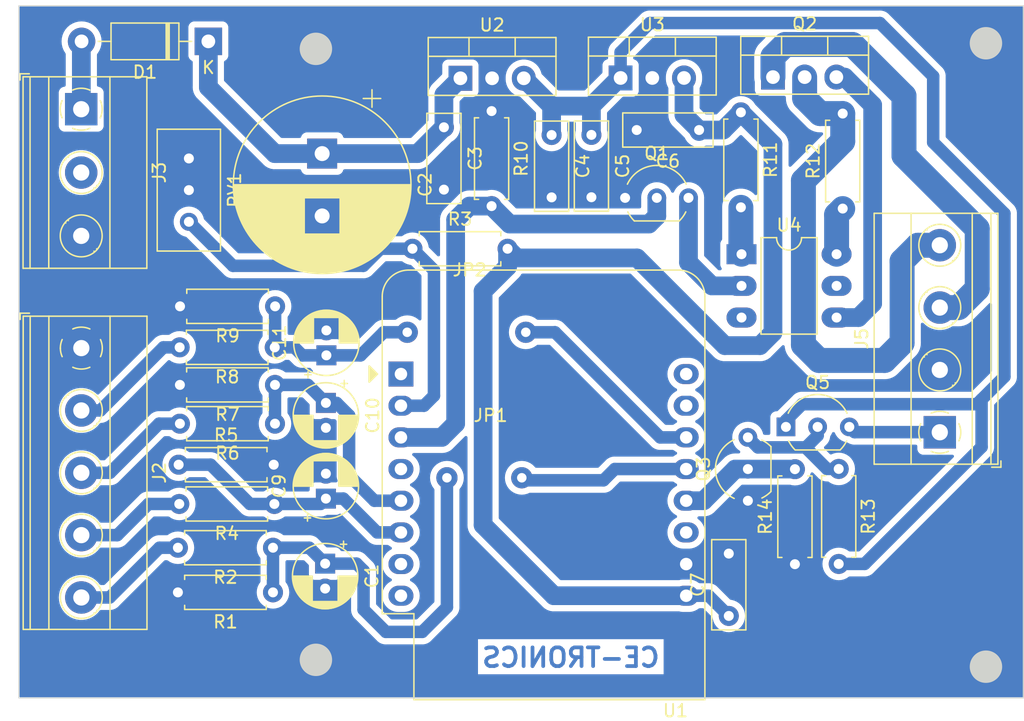
<source format=kicad_pcb>
(kicad_pcb (version 20221018) (generator pcbnew)
  (title_block (title "CONTROL CERROJO ELECTRONICO") (company "DevX electronics"))
  (layers (0 "F.Cu" signal) (31 "B.Cu" signal) (34 "B.Paste" user) (35 "F.Paste" user) (36 "B.SilkS" user "B.Silkscreen") (37 "F.SilkS" user "F.Silkscreen") (38 "B.Mask" user) (39 "F.Mask" user) (44 "Edge.Cuts" user))
  (net 0 "")
  (net 1 "Sensor_1_IN")
  (net 2 "GND")
  (net 3 "+12V")
  (net 4 "+5V")
  (net 5 "A0")
  (net 6 "Sensor_2_IN")
  (net 7 "Portero_IN")
  (net 8 "Llave_IN")
  (net 10 "cerrojo2")
  (net 11 "+12VA")
  (net 12 "12vBuzz")
  (net 13 "Llave")
  (net 14 "Portero")
  (net 15 "Sensor_2")
  (net 16 "Sensor_1")
  (net 17 "Earth")
  (net 18 "cerrojo1")
  (net 19 "cerrojo")
  (net 20 "Net-(Q1-D)")
  (net 21 "Net-(Q2-G)")
  (net 22 "buzzer")
  (net 23 "Net-(R11-Pad2)")
  (net 24 "Net-(R12-Pad1)")
  (net 33 "Net-(Q3-D)")
  (net 34 "Net-(D1-K)")
  (footprint "Resistor_THT:R_Axial_DIN0207_L6.3mm_D2.5mm_P7.62mm_Horizontal" (layer "F.Cu") (at 135.74 96.03)
    (fp_text reference "R3" (at 3.81 -2.37) (layer "F.SilkS"))
    (fp_text value "100k")
    (pad "1" thru_hole circle (at 0 0) (size 1.6 1.6) (drill 0.8) (layers "*.Cu" "*.Mask") (net 5 "A0"))
    (pad "2" thru_hole oval (at 7.62 0) (size 1.6 1.6) (drill 0.8) (layers "*.Cu" "*.Mask") (net 4 "+5V"))
  )
  (footprint "Diode_THT:D_DO-41_SOD81_P10.16mm_Horizontal" (layer "F.Cu") (at 119.38 79.4 180)
    (fp_text reference "D1" (at 5.08 -2.47) (layer "F.SilkS"))
    (fp_text value "1N4007")
    (fp_text user "K" (at 0 -2.1) (layer "F.SilkS"))
    (pad "1" thru_hole rect (at 0 0 180) (size 2.2 2.2) (drill 1.1) (layers "*.Cu" "*.Mask") (net 34 "Net-(D1-K)"))
    (pad "2" thru_hole oval (at 10.16 0 180) (size 2.2 2.2) (drill 1.1) (layers "*.Cu" "*.Mask") (net 11 "+12VA"))
  )
  (footprint "Resistor_THT:R_Axial_DIN0207_L6.3mm_D2.5mm_P7.62mm_Horizontal" (layer "F.Cu") (at 124.73 100.65 180)
    (fp_text reference "R9" (at 3.81 -2.37) (layer "F.SilkS"))
    (fp_text value "1M")
    (pad "1" thru_hole circle (at 0 0 180) (size 1.6 1.6) (drill 0.8) (layers "*.Cu" "*.Mask") (net 8 "Llave_IN"))
    (pad "2" thru_hole oval (at 7.62 0 180) (size 1.6 1.6) (drill 0.8) (layers "*.Cu" "*.Mask") (net 2 "GND"))
  )
  (footprint "Package_TO_SOT_THT:TO-220-3_Vertical" (layer "F.Cu") (at 164.63 82.265)
    (fp_text reference "Q2" (at 2.54 -4.27) (layer "F.SilkS"))
    (fp_text value "BT138-800")
    (pad "1" thru_hole rect (at 0 0) (size 1.905 2) (drill 1.1) (layers "*.Cu" "*.Mask") (net 10 "cerrojo2"))
    (pad "2" thru_hole oval (at 2.54 0) (size 1.905 2) (drill 1.1) (layers "*.Cu" "*.Mask") (net 18 "cerrojo1"))
    (pad "3" thru_hole oval (at 5.08 0) (size 1.905 2) (drill 1.1) (layers "*.Cu" "*.Mask") (net 21 "Net-(Q2-G)"))
  )
  (footprint "JUMPER 1:JUMPER" (layer "F.Cu") (at 136.82 98.23)
    (fp_text reference "JP2" (at 3.5 -0.5 unlocked) (layer "F.SilkS"))
    (fp_text value "Jumper_2_Bridged")
    (pad "1" thru_hole circle (at -1.5 4.5) (size 1.7 1.7) (drill 0.762) (layers "*.Cu" "*.Mask") (net 8 "Llave_IN"))
    (pad "2" thru_hole circle (at 8 4.5) (size 1.7 1.7) (drill 0.762) (layers "*.Cu" "*.Mask") (net 8 "Llave_IN"))
  )
  (footprint "Capacitor_THT:C_Disc_D7.0mm_W2.5mm_P5.00mm" (layer "F.Cu") (at 146.89 86.91 -90)
    (fp_text reference "C4" (at 2.5 -2.5 90) (layer "F.SilkS"))
    (fp_text value "104")
    (pad "1" thru_hole circle (at 0 0 270) (size 1.6 1.6) (drill 0.8) (layers "*.Cu" "*.Mask") (net 3 "+12V"))
    (pad "2" thru_hole circle (at 5 0 270) (size 1.6 1.6) (drill 0.8) (layers "*.Cu" "*.Mask") (net 2 "GND"))
  )
  (footprint "Capacitor_THT:C_Disc_D7.0mm_W2.5mm_P5.00mm" (layer "F.Cu") (at 158.71 86.51 180)
    (fp_text reference "C6" (at 2.5 -2.5) (layer "F.SilkS"))
    (fp_text value "104")
    (pad "1" thru_hole circle (at 0 0 180) (size 1.6 1.6) (drill 0.8) (layers "*.Cu" "*.Mask") (net 4 "+5V"))
    (pad "2" thru_hole circle (at 5 0 180) (size 1.6 1.6) (drill 0.8) (layers "*.Cu" "*.Mask") (net 2 "GND"))
  )
  (footprint "Resistor_THT:R_Axial_DIN0207_L6.3mm_D2.5mm_P7.62mm_Horizontal" (layer "F.Cu") (at 124.56 123.59 180)
    (fp_text reference "R1" (at 3.81 -2.37) (layer "F.SilkS"))
    (fp_text value "1M")
    (pad "1" thru_hole circle (at 0 0 180) (size 1.6 1.6) (drill 0.8) (layers "*.Cu" "*.Mask") (net 1 "Sensor_1_IN"))
    (pad "2" thru_hole oval (at 7.62 0 180) (size 1.6 1.6) (drill 0.8) (layers "*.Cu" "*.Mask") (net 2 "GND"))
  )
  (footprint "Module:WEMOS_D1_mini_light" (layer "F.Cu") (at 134.815 106.08)
    (fp_text reference "U1" (at 22 27) (layer "F.SilkS"))
    (fp_text value "WeMos_D1_mini MODULO")
    (pad "1" thru_hole rect (at 0 0) (size 2 2) (drill 1) (layers "*.Cu" "*.Mask"))
    (pad "2" thru_hole oval (at 0 2.54) (size 2 1.6) (drill 1) (layers "*.Cu" "*.Mask") (net 5 "A0"))
    (pad "3" thru_hole oval (at 0 5.08) (size 2 1.6) (drill 1) (layers "*.Cu" "*.Mask") (net 19 "cerrojo"))
    (pad "4" thru_hole oval (at 0 7.62) (size 2 1.6) (drill 1) (layers "*.Cu" "*.Mask"))
    (pad "5" thru_hole oval (at 0 10.16) (size 2 1.6) (drill 1) (layers "*.Cu" "*.Mask") (net 7 "Portero_IN"))
    (pad "6" thru_hole oval (at 0 12.7) (size 2 1.6) (drill 1) (layers "*.Cu" "*.Mask") (net 6 "Sensor_2_IN"))
    (pad "7" thru_hole oval (at 0 15.24) (size 2 1.6) (drill 1) (layers "*.Cu" "*.Mask"))
    (pad "8" thru_hole oval (at 0 17.78) (size 2 1.6) (drill 1) (layers "*.Cu" "*.Mask"))
    (pad "9" thru_hole oval (at 22.86 17.78) (size 2 1.6) (drill 1) (layers "*.Cu" "*.Mask") (net 4 "+5V"))
    (pad "10" thru_hole oval (at 22.86 15.24) (size 2 1.6) (drill 1) (layers "*.Cu" "*.Mask") (net 2 "GND"))
    (pad "11" thru_hole oval (at 22.86 12.7) (size 2 1.6) (drill 1) (layers "*.Cu" "*.Mask"))
    (pad "12" thru_hole oval (at 22.86 10.16) (size 2 1.6) (drill 1) (layers "*.Cu" "*.Mask") (net 22 "buzzer"))
    (pad "13" thru_hole oval (at 22.86 7.62) (size 2 1.6) (drill 1) (layers "*.Cu" "*.Mask") (net 1 "Sensor_1_IN"))
    (pad "14" thru_hole oval (at 22.86 5.08) (size 2 1.6) (drill 1) (layers "*.Cu" "*.Mask") (net 8 "Llave_IN"))
    (pad "15" thru_hole oval (at 22.86 2.54) (size 2 1.6) (drill 1) (layers "*.Cu" "*.Mask"))
    (pad "16" thru_hole oval (at 22.86 0) (size 2 1.6) (drill 1) (layers "*.Cu" "*.Mask"))
  )
  (footprint "Capacitor_THT:CP_Radial_D14.0mm_P5.00mm" (layer "F.Cu") (at 128.5 88.4 -90)
    (fp_text reference "C2" (at 2.5 -8.25 -90) (layer "F.SilkS"))
    (fp_text value "1000uF 50v")
    (pad "1" thru_hole rect (at 0 0 270) (size 2.4 2.4) (drill 1.2) (layers "*.Cu" "*.Mask") (net 34 "Net-(D1-K)"))
    (pad "2" thru_hole circle (at 5 0 270) (size 2.4 2.4) (drill 1.2) (layers "*.Cu" "*.Mask") (net 2 "GND"))
  )
  (footprint "TerminalBlock_Phoenix:TerminalBlock_Phoenix_MKDS-1,5-5_1x05_P5.00mm_Horizontal" (layer "F.Cu") (at 109.2 104 -90)
    (fp_text reference "J2" (at 10 -6.26 90) (layer "F.SilkS"))
    (fp_text value "bornera 01x05")
    (pad "1" thru_hole rect (at 0 0 270) (size 2.6 2.6) (drill 1.3) (layers "*.Cu" "*.Mask") (net 2 "GND"))
    (pad "2" thru_hole circle (at 5 0 270) (size 2.6 2.6) (drill 1.3) (layers "*.Cu" "*.Mask") (net 13 "Llave"))
    (pad "3" thru_hole circle (at 10 0 270) (size 2.6 2.6) (drill 1.3) (layers "*.Cu" "*.Mask") (net 14 "Portero"))
    (pad "4" thru_hole circle (at 15 0 270) (size 2.6 2.6) (drill 1.3) (layers "*.Cu" "*.Mask") (net 15 "Sensor_2"))
    (pad "5" thru_hole circle (at 20 0 270) (size 2.6 2.6) (drill 1.3) (layers "*.Cu" "*.Mask") (net 16 "Sensor_1"))
  )
  (footprint "JUMPER 1:JUMPER" (layer "F.Cu") (at 138.5 109.9)
    (fp_text reference "JP1" (at 3.5 -0.5 unlocked) (layer "F.SilkS"))
    (fp_text value "Jumper_2_Bridged")
    (pad "1" thru_hole circle (at 0 4.5) (size 1.7 1.7) (drill 0.762) (layers "*.Cu" "*.Mask") (net 1 "Sensor_1_IN"))
    (pad "2" thru_hole circle (at 6 4.5) (size 1.7 1.7) (drill 0.762) (layers "*.Cu" "*.Mask") (net 1 "Sensor_1_IN"))
  )
  (footprint "Resistor_THT:R_Axial_DIN0207_L6.3mm_D2.5mm_P7.62mm_Horizontal" (layer "F.Cu") (at 124.56 120.01 180)
    (fp_text reference "R2" (at 3.81 -2.37) (layer "F.SilkS"))
    (fp_text value "1k")
    (pad "1" thru_hole circle (at 0 0 180) (size 1.6 1.6) (drill 0.8) (layers "*.Cu" "*.Mask") (net 1 "Sensor_1_IN"))
    (pad "2" thru_hole oval (at 7.62 0 180) (size 1.6 1.6) (drill 0.8) (layers "*.Cu" "*.Mask") (net 16 "Sensor_1"))
  )
  (footprint "Package_TO_SOT_THT:TO-92_Inline_Wide" (layer "F.Cu") (at 152.78 91.95)
    (fp_text reference "Q1" (at 2.54 -3.56) (layer "F.SilkS"))
    (fp_text value "2N7000")
    (pad "1" thru_hole rect (at 0 0) (size 1.5 1.5) (drill 0.8) (layers "*.Cu" "*.Mask") (net 2 "GND"))
    (pad "2" thru_hole circle (at 2.54 0) (size 1.5 1.5) (drill 0.8) (layers "*.Cu" "*.Mask") (net 19 "cerrojo"))
    (pad "3" thru_hole circle (at 5.08 0) (size 1.5 1.5) (drill 0.8) (layers "*.Cu" "*.Mask") (net 20 "Net-(Q1-D)"))
  )
  (footprint "Resistor_THT:R_Axial_DIN0207_L6.3mm_D2.5mm_P7.62mm_Horizontal" (layer "F.Cu") (at 170.22 92.81 90)
    (fp_text reference "R12" (at 3.81 -2.37 90) (layer "F.SilkS"))
    (fp_text value "220R")
    (pad "1" thru_hole circle (at 0 0 90) (size 1.6 1.6) (drill 0.8) (layers "*.Cu" "*.Mask") (net 24 "Net-(R12-Pad1)"))
    (pad "2" thru_hole oval (at 7.62 0 90) (size 1.6 1.6) (drill 0.8) (layers "*.Cu" "*.Mask") (net 18 "cerrojo1"))
  )
  (footprint "Package_TO_SOT_THT:TO-92_Inline_Wide" (layer "F.Cu") (at 162.62 116.24 90)
    (fp_text reference "Q3" (at 2.54 -3.56 90) (layer "F.SilkS"))
    (fp_text value "2N7000")
    (pad "1" thru_hole rect (at 0 0 90) (size 1.5 1.5) (drill 0.8) (layers "*.Cu" "*.Mask") (net 2 "GND"))
    (pad "2" thru_hole circle (at 2.54 0 90) (size 1.5 1.5) (drill 0.8) (layers "*.Cu" "*.Mask") (net 22 "buzzer"))
    (pad "3" thru_hole circle (at 5.08 0 90) (size 1.5 1.5) (drill 0.8) (layers "*.Cu" "*.Mask") (net 33 "Net-(Q3-D)"))
  )
  (footprint "Resistor_THT:R_Axial_DIN0207_L6.3mm_D2.5mm_P7.62mm_Horizontal" (layer "F.Cu") (at 166.39 121.33 90)
    (fp_text reference "R14" (at 3.81 -2.37 90) (layer "F.SilkS"))
    (fp_text value "1M")
    (pad "1" thru_hole circle (at 0 0 90) (size 1.6 1.6) (drill 0.8) (layers "*.Cu" "*.Mask") (net 2 "GND"))
    (pad "2" thru_hole oval (at 7.62 0 90) (size 1.6 1.6) (drill 0.8) (layers "*.Cu" "*.Mask") (net 22 "buzzer"))
  )
  (footprint "Potentiometer_THT:Potentiometer_Bourns_3296W_Vertical" (layer "F.Cu") (at 117.82 93.87 -90)
    (fp_text reference "RV1" (at -2.54 -3.66 90) (layer "F.SilkS"))
    (fp_text value "preset 100k")
    (pad "1" thru_hole circle (at 0 0 270) (size 1.44 1.44) (drill 0.8) (layers "*.Cu" "*.Mask") (net 5 "A0"))
    (pad "2" thru_hole circle (at -2.54 0 270) (size 1.44 1.44) (drill 0.8) (layers "*.Cu" "*.Mask") (net 2 "GND"))
    (pad "3" thru_hole circle (at -5.08 0 270) (size 1.44 1.44) (drill 0.8) (layers "*.Cu" "*.Mask") (net 2 "GND"))
  )
  (footprint "Capacitor_THT:C_Disc_D7.0mm_W2.5mm_P5.00mm" (layer "F.Cu") (at 150.08 86.9 -90)
    (fp_text reference "C5" (at 2.5 -2.5 90) (layer "F.SilkS"))
    (fp_text value "104")
    (pad "1" thru_hole circle (at 0 0 270) (size 1.6 1.6) (drill 0.8) (layers "*.Cu" "*.Mask") (net 3 "+12V"))
    (pad "2" thru_hole circle (at 5 0 270) (size 1.6 1.6) (drill 0.8) (layers "*.Cu" "*.Mask") (net 2 "GND"))
  )
  (footprint "Capacitor_THT:C_Disc_D7.0mm_W2.5mm_P5.00mm" (layer "F.Cu") (at 161.09 125.48 90)
    (fp_text reference "C7" (at 2.5 -2.5 90) (layer "F.SilkS"))
    (fp_text value "104")
    (pad "1" thru_hole circle (at 0 0 90) (size 1.6 1.6) (drill 0.8) (layers "*.Cu" "*.Mask") (net 4 "+5V"))
    (pad "2" thru_hole circle (at 5 0 90) (size 1.6 1.6) (drill 0.8) (layers "*.Cu" "*.Mask") (net 2 "GND"))
  )
  (footprint "TerminalBlock_Phoenix:TerminalBlock_Phoenix_MKDS-1,5-3-5.08_1x03_P5.08mm_Horizontal" (layer "F.Cu") (at 109.19 84.84 -90)
    (fp_text reference "J3" (at 5.08 -6.26 90) (layer "F.SilkS"))
    (fp_text value "bornera 01x03")
    (pad "1" thru_hole rect (at 0 0 270) (size 2.6 2.6) (drill 1.3) (layers "*.Cu" "*.Mask") (net 11 "+12VA"))
    (pad "2" thru_hole circle (at 5.08 0 270) (size 2.6 2.6) (drill 1.3) (layers "*.Cu" "*.Mask") (net 17 "Earth"))
    (pad "3" thru_hole circle (at 10.16 0 270) (size 2.6 2.6) (drill 1.3) (layers "*.Cu" "*.Mask") (net 2 "GND"))
  )
  (footprint "Resistor_THT:R_Axial_DIN0207_L6.3mm_D2.5mm_P7.62mm_Horizontal" (layer "F.Cu") (at 169.9 113.69 -90)
    (fp_text reference "R13" (at 3.81 -2.37 90) (layer "F.SilkS"))
    (fp_text value "220")
    (pad "1" thru_hole circle (at 0 0 270) (size 1.6 1.6) (drill 0.8) (layers "*.Cu" "*.Mask") (net 33 "Net-(Q3-D)"))
    (pad "2" thru_hole oval (at 7.62 0 270) (size 1.6 1.6) (drill 0.8) (layers "*.Cu" "*.Mask") (net 3 "+12V"))
  )
  (footprint "Resistor_THT:R_Axial_DIN0207_L6.3mm_D2.5mm_P7.62mm_Horizontal" (layer "F.Cu") (at 117 113.35)
    (fp_text reference "R5" (at 3.81 -2.37) (layer "F.SilkS"))
    (fp_text value "1M")
    (pad "1" thru_hole circle (at 0 0) (size 1.6 1.6) (drill 0.8) (layers "*.Cu" "*.Mask") (net 6 "Sensor_2_IN"))
    (pad "2" thru_hole oval (at 7.62 0) (size 1.6 1.6) (drill 0.8) (layers "*.Cu" "*.Mask") (net 2 "GND"))
  )
  (footprint "Resistor_THT:R_Axial_DIN0207_L6.3mm_D2.5mm_P7.62mm_Horizontal" (layer "F.Cu") (at 124.72 110.06 180)
    (fp_text reference "R6" (at 3.81 -2.37) (layer "F.SilkS"))
    (fp_text value "1k")
    (pad "1" thru_hole circle (at 0 0 180) (size 1.6 1.6) (drill 0.8) (layers "*.Cu" "*.Mask") (net 7 "Portero_IN"))
    (pad "2" thru_hole oval (at 7.62 0 180) (size 1.6 1.6) (drill 0.8) (layers "*.Cu" "*.Mask") (net 14 "Portero"))
  )
  (footprint "Resistor_THT:R_Axial_DIN0207_L6.3mm_D2.5mm_P7.62mm_Horizontal" (layer "F.Cu") (at 124.72 106.95 180)
    (fp_text reference "R7" (at 3.81 -2.37) (layer "F.SilkS"))
    (fp_text value "1M")
    (pad "1" thru_hole circle (at 0 0 180) (size 1.6 1.6) (drill 0.8) (layers "*.Cu" "*.Mask") (net 7 "Portero_IN"))
    (pad "2" thru_hole oval (at 7.62 0 180) (size 1.6 1.6) (drill 0.8) (layers "*.Cu" "*.Mask") (net 2 "GND"))
  )
  (footprint "Resistor_THT:R_Axial_DIN0207_L6.3mm_D2.5mm_P7.62mm_Horizontal" (layer "F.Cu") (at 124.7 103.94 180)
    (fp_text reference "R8" (at 3.81 -2.37) (layer "F.SilkS"))
    (fp_text value "1k")
    (pad "1" thru_hole circle (at 0 0 180) (size 1.6 1.6) (drill 0.8) (layers "*.Cu" "*.Mask") (net 8 "Llave_IN"))
    (pad "2" thru_hole oval (at 7.62 0 180) (size 1.6 1.6) (drill 0.8) (layers "*.Cu" "*.Mask") (net 13 "Llave"))
  )
  (footprint "Resistor_THT:R_Axial_DIN0207_L6.3mm_D2.5mm_P7.62mm_Horizontal" (layer "F.Cu") (at 124.67 116.5 180)
    (fp_text reference "R4" (at 3.81 -2.37) (layer "F.SilkS"))
    (fp_text value "1k")
    (pad "1" thru_hole circle (at 0 0 180) (size 1.6 1.6) (drill 0.8) (layers "*.Cu" "*.Mask") (net 6 "Sensor_2_IN"))
    (pad "2" thru_hole oval (at 7.62 0 180) (size 1.6 1.6) (drill 0.8) (layers "*.Cu" "*.Mask") (net 15 "Sensor_2"))
  )
  (footprint "Resistor_THT:R_Axial_DIN0207_L6.3mm_D2.5mm_P7.62mm_Horizontal" (layer "F.Cu") (at 162.06 85.09 -90)
    (fp_text reference "R11" (at 3.81 -2.37 90) (layer "F.SilkS"))
    (fp_text value "220R")
    (pad "1" thru_hole circle (at 0 0 270) (size 1.6 1.6) (drill 0.8) (layers "*.Cu" "*.Mask") (net 4 "+5V"))
    (pad "2" thru_hole oval (at 7.62 0 270) (size 1.6 1.6) (drill 0.8) (layers "*.Cu" "*.Mask") (net 23 "Net-(R11-Pad2)"))
  )
  (footprint "Package_TO_SOT_THT:TO-92_Inline_Wide" (layer "F.Cu") (at 165.67 110.32)
    (fp_text reference "Q5" (at 2.54 -3.56) (layer "F.SilkS"))
    (fp_text value "BC548")
    (pad "1" thru_hole rect (at 0 0) (size 1.5 1.5) (drill 0.8) (layers "*.Cu" "*.Mask") (net 3 "+12V"))
    (pad "2" thru_hole circle (at 2.54 0) (size 1.5 1.5) (drill 0.8) (layers "*.Cu" "*.Mask") (net 33 "Net-(Q3-D)"))
    (pad "3" thru_hole circle (at 5.08 0) (size 1.5 1.5) (drill 0.8) (layers "*.Cu" "*.Mask") (net 12 "12vBuzz"))
  )
  (footprint "Resistor_THT:R_Axial_DIN0207_L6.3mm_D2.5mm_P7.62mm_Horizontal" (layer "F.Cu") (at 142.08 84.99 -90)
    (fp_text reference "R10" (at 3.81 -2.37 -270) (layer "F.SilkS"))
    (fp_text value "1M")
    (pad "1" thru_hole circle (at 0 0 270) (size 1.6 1.6) (drill 0.8) (layers "*.Cu" "*.Mask") (net 2 "GND"))
    (pad "2" thru_hole oval (at 7.62 0 270) (size 1.6 1.6) (drill 0.8) (layers "*.Cu" "*.Mask") (net 19 "cerrojo"))
  )
  (footprint "TerminalBlock_Phoenix:TerminalBlock_Phoenix_MKDS-1,5-4_1x04_P5.00mm_Horizontal" (layer "F.Cu") (at 178 110.75 90)
    (fp_text reference "J5" (at 7.5 -6.26 90) (layer "F.SilkS"))
    (fp_text value "bornera 01x04")
    (pad "1" thru_hole rect (at 0 0 90) (size 2.6 2.6) (drill 1.3) (layers "*.Cu" "*.Mask") (net 12 "12vBuzz"))
    (pad "2" thru_hole circle (at 5 0 90) (size 2.6 2.6) (drill 1.3) (layers "*.Cu" "*.Mask") (net 2 "GND"))
    (pad "3" thru_hole circle (at 10 0 90) (size 2.6 2.6) (drill 1.3) (layers "*.Cu" "*.Mask") (net 10 "cerrojo2"))
    (pad "4" thru_hole circle (at 15 0 90) (size 2.6 2.6) (drill 1.3) (layers "*.Cu" "*.Mask") (net 18 "cerrojo1"))
  )
  (footprint "Capacitor_THT:CP_Radial_D5.0mm_P2.00mm" (layer "F.Cu") (at 128.74 121.284888 -90)
    (fp_text reference "C1" (at 1 -3.75 90) (layer "F.SilkS"))
    (fp_text value "4.7uf 50v")
    (pad "1" thru_hole rect (at 0 0 270) (size 1.6 1.6) (drill 0.8) (layers "*.Cu" "*.Mask") (net 1 "Sensor_1_IN"))
    (pad "2" thru_hole circle (at 2 0 270) (size 1.6 1.6) (drill 0.8) (layers "*.Cu" "*.Mask") (net 2 "GND"))
  )
  (footprint "Package_TO_SOT_THT:TO-220-3_Vertical" (layer "F.Cu") (at 152.42 82.335)
    (fp_text reference "U3" (at 2.54 -4.27) (layer "F.SilkS"))
    (fp_text value "L7805")
    (pad "1" thru_hole rect (at 0 0) (size 1.905 2) (drill 1.1) (layers "*.Cu" "*.Mask") (net 3 "+12V"))
    (pad "2" thru_hole oval (at 2.54 0) (size 1.905 2) (drill 1.1) (layers "*.Cu" "*.Mask") (net 2 "GND"))
    (pad "3" thru_hole oval (at 5.08 0) (size 1.905 2) (drill 1.1) (layers "*.Cu" "*.Mask") (net 4 "+5V"))
  )
  (footprint "Package_DIP:DIP-6_W7.62mm_LongPads" (layer "F.Cu") (at 162.11 96.47)
    (fp_text reference "U4" (at 3.81 -2.33) (layer "F.SilkS"))
    (fp_text value "MOC3061M")
    (pad "1" thru_hole rect (at 0 0) (size 2.4 1.6) (drill 0.8) (layers "*.Cu" "*.Mask") (net 23 "Net-(R11-Pad2)"))
    (pad "2" thru_hole oval (at 0 2.54) (size 2.4 1.6) (drill 0.8) (layers "*.Cu" "*.Mask") (net 20 "Net-(Q1-D)"))
    (pad "3" thru_hole oval (at 0 5.08) (size 2.4 1.6) (drill 0.8) (layers "*.Cu" "*.Mask"))
    (pad "4" thru_hole oval (at 7.62 5.08) (size 2.4 1.6) (drill 0.8) (layers "*.Cu" "*.Mask") (net 21 "Net-(Q2-G)"))
    (pad "5" thru_hole oval (at 7.62 2.54) (size 2.4 1.6) (drill 0.8) (layers "*.Cu" "*.Mask"))
    (pad "6" thru_hole oval (at 7.62 0) (size 2.4 1.6) (drill 0.8) (layers "*.Cu" "*.Mask") (net 24 "Net-(R12-Pad1)"))
  )
  (footprint "Capacitor_THT:C_Disc_D7.0mm_W2.5mm_P5.00mm" (layer "F.Cu") (at 138.26 86.29 -90)
    (fp_text reference "C3" (at 2.5 -2.5 90) (layer "F.SilkS"))
    (fp_text value "104")
    (pad "1" thru_hole circle (at 0 0 270) (size 1.6 1.6) (drill 0.8) (layers "*.Cu" "*.Mask") (net 34 "Net-(D1-K)"))
    (pad "2" thru_hole circle (at 5 0 270) (size 1.6 1.6) (drill 0.8) (layers "*.Cu" "*.Mask") (net 2 "GND"))
  )
  (footprint "Package_TO_SOT_THT:TO-220-3_Vertical" (layer "F.Cu") (at 139.58 82.36)
    (fp_text reference "U2" (at 2.54 -4.27) (layer "F.SilkS"))
    (fp_text value "LM7812_TO220")
    (pad "1" thru_hole rect (at 0 0) (size 1.905 2) (drill 1.1) (layers "*.Cu" "*.Mask") (net 34 "Net-(D1-K)"))
    (pad "2" thru_hole oval (at 2.54 0) (size 1.905 2) (drill 1.1) (layers "*.Cu" "*.Mask") (net 2 "GND"))
    (pad "3" thru_hole oval (at 5.08 0) (size 1.905 2) (drill 1.1) (layers "*.Cu" "*.Mask") (net 3 "+12V"))
  )
  (footprint "Capacitor_THT:CP_Radial_D5.0mm_P2.00mm" (layer "F.Cu") (at 128.8 116.07 90)
    (fp_text reference "C9" (at 1 -3.75 90) (layer "F.SilkS"))
    (fp_text value "4.7uf 50v")
    (pad "1" thru_hole rect (at 0 0 90) (size 1.6 1.6) (drill 0.8) (layers "*.Cu" "*.Mask") (net 6 "Sensor_2_IN"))
    (pad "2" thru_hole circle (at 2 0 90) (size 1.6 1.6) (drill 0.8) (layers "*.Cu" "*.Mask") (net 2 "GND"))
  )
  (footprint "Capacitor_THT:CP_Radial_D5.0mm_P2.00mm" (layer "F.Cu") (at 128.84 104.58 90)
    (fp_text reference "C11" (at 1 -3.75 90) (layer "F.SilkS"))
    (fp_text value "4.7uf 50v")
    (pad "1" thru_hole rect (at 0 0 90) (size 1.6 1.6) (drill 0.8) (layers "*.Cu" "*.Mask") (net 8 "Llave_IN"))
    (pad "2" thru_hole circle (at 2 0 90) (size 1.6 1.6) (drill 0.8) (layers "*.Cu" "*.Mask") (net 2 "GND"))
  )
  (footprint "Capacitor_THT:CP_Radial_D5.0mm_P2.00mm" (layer "F.Cu") (at 128.8 108.394888 -90)
    (fp_text reference "C10" (at 1 -3.75 90) (layer "F.SilkS"))
    (fp_text value "4.7uf 50v")
    (pad "1" thru_hole rect (at 0 0 270) (size 1.6 1.6) (drill 0.8) (layers "*.Cu" "*.Mask") (net 7 "Portero_IN"))
    (pad "2" thru_hole circle (at 2 0 270) (size 1.6 1.6) (drill 0.8) (layers "*.Cu" "*.Mask") (net 2 "GND"))
  )
  (gr_circle locked (center 181.7 79.55) (end 182.95 79.55) (stroke (width 0.1)) (fill solid) (layer "Edge.Cuts"))
  (gr_circle locked (center 128 80) (end 129.25 80) (stroke (width 0.1)) (fill solid) (layer "Edge.Cuts"))
  (gr_circle locked (center 181.7 129.55) (end 182.95 129.55) (stroke (width 0.1)) (fill solid) (layer "Edge.Cuts"))
  (gr_circle locked (center 128 129) (end 129.25 129) (stroke (width 0.1)) (fill solid) (layer "Edge.Cuts"))
  (gr_rect (start 104.2 76.55) (end 184.7 132.05) (stroke (width 0.1)) (fill none) (layer "Edge.Cuts"))
  (gr_text "CE-TRONICS" (at 155.7 129.7) (layer "B.Cu") (effects (font (size 1.5 1.5) (thickness 0.3) bold) (justify left bottom mirror)))
  (segment (start 128.74 121.284888) (end 131.254888 121.284888) (width 1) (layer "B.Cu") (net 1))
  (segment (start 133.61 126.76) (end 136.52 126.76) (width 1) (layer "B.Cu") (net 1))
  (segment (start 127.465112 120.01) (end 128.74 121.284888) (width 1) (layer "B.Cu") (net 1))
  (segment (start 138.5 124.78) (end 138.5 114.4) (width 1) (layer "B.Cu") (net 1))
  (segment (start 131.82 124.97) (end 133.61 126.76) (width 1) (layer "B.Cu") (net 1))
  (segment (start 157.675 113.7) (end 151.95 113.7) (width 1) (layer "B.Cu") (net 1))
  (segment (start 151.05 114.6) (end 144.7 114.6) (width 1) (layer "B.Cu") (net 1))
  (segment (start 124.56 120.01) (end 124.56 123.59) (width 1) (layer "B.Cu") (net 1))
  (segment (start 136.52 126.76) (end 138.5 124.78) (width 1) (layer "B.Cu") (net 1))
  (segment (start 131.254888 121.284888) (end 131.82 121.85) (width 1) (layer "B.Cu") (net 1))
  (segment (start 151.95 113.7) (end 151.05 114.6) (width 1) (layer "B.Cu") (net 1))
  (segment (start 144.7 114.6) (end 144.5 114.4) (width 1) (layer "B.Cu") (net 1))
  (segment (start 131.82 121.85) (end 131.82 124.97) (width 1) (layer "B.Cu") (net 1))
  (segment (start 124.56 120.01) (end 127.465112 120.01) (width 1) (layer "B.Cu") (net 1))
  (segment (start 178 105.95) (end 178 105.75) (width 1.5) (layer "B.Cu") (net 2))
  (segment (start 142.12 84.95) (end 142.08 84.99) (width 1.5) (layer "B.Cu") (net 2))
  (segment (start 178 106.3) (end 178 106) (width 1.5) (layer "B.Cu") (net 2))
  (segment (start 166.97 108.5) (end 180.97 108.5) (width 1) (layer "B.Cu") (net 3))
  (segment (start 177.47 87.5) (end 177.47 82.2) (width 1) (layer "B.Cu") (net 3))
  (segment (start 165.67 109.8) (end 166.97 108.5) (width 1) (layer "B.Cu") (net 3))
  (segment (start 152.325 82.335) (end 150.08 84.58) (width 1.5) (layer "B.Cu") (net 3))
  (segment (start 165.67 110.32) (end 165.67 109.8) (width 1) (layer "B.Cu") (net 3))
  (segment (start 173.2 77.93) (end 154.76 77.93) (width 1) (layer "B.Cu") (net 3))
  (segment (start 146.89 84.59) (end 144.66 82.36) (width 1.5) (layer "B.Cu") (net 3))
  (segment (start 150.08 86.9) (end 150.08 84.58) (width 1.5) (layer "B.Cu") (net 3))
  (segment (start 146.89 84.59) (end 150.07 84.59) (width 1.5) (layer "B.Cu") (net 3))
  (segment (start 152.42 80.27) (end 152.42 82.335) (width 1) (layer "B.Cu") (net 3))
  (segment (start 152.42 82.335) (end 152.325 82.335) (width 1.5) (layer "B.Cu") (net 3))
  (segment (start 181.35 111.93) (end 171.97 121.31) (width 1) (layer "B.Cu") (net 3))
  (segment (start 171.97 121.31) (end 169.9 121.31) (width 1) (layer "B.Cu") (net 3))
  (segment (start 181.35 108.12) (end 181.35 111.93) (width 1) (layer "B.Cu") (net 3))
  (segment (start 183.18 93.21) (end 177.47 87.5) (width 1) (layer "B.Cu") (net 3))
  (segment (start 146.89 86.91) (end 146.89 84.59) (width 1.5) (layer "B.Cu") (net 3))
  (segment (start 150.07 84.59) (end 150.08 84.58) (width 1.5) (layer "B.Cu") (net 3))
  (segment (start 177.47 82.2) (end 173.2 77.93) (width 1) (layer "B.Cu") (net 3))
  (segment (start 180.97 108.5) (end 181.35 108.12) (width 1) (layer "B.Cu") (net 3))
  (segment (start 181.35 108.12) (end 183.18 106.29) (width 1) (layer "B.Cu") (net 3))
  (segment (start 183.18 106.29) (end 183.18 93.21) (width 1) (layer "B.Cu") (net 3))
  (segment (start 154.76 77.93) (end 152.42 80.27) (width 1) (layer "B.Cu") (net 3))
  (segment (start 164.63 102.76) (end 164.63 87.66) (width 1.5) (layer "B.Cu") (net 4))
  (segment (start 141.4 118.19) (end 141.4 99.43) (width 1.5) (layer "B.Cu") (net 4))
  (segment (start 157.675 123.86) (end 147.07 123.86) (width 1.5) (layer "B.Cu") (net 4))
  (segment (start 158.71 86.51) (end 157.5 85.3) (width 1.5) (layer "B.Cu") (net 4))
  (segment (start 160.64 86.51) (end 162.06 85.09) (width 1.5) (layer "B.Cu") (net 4))
  (segment (start 143.36 96.03) (end 144.1 96.77) (width 1.5) (layer "B.Cu") (net 4))
  (segment (start 158.71 86.51) (end 160.64 86.51) (width 1.5) (layer "B.Cu") (net 4))
  (segment (start 163.59 103.8) (end 164.63 102.76) (width 1.5) (layer "B.Cu") (net 4))
  (segment (start 144.1 96.77) (end 153.74 96.77) (width 1.5) (layer "B.Cu") (net 4))
  (segment (start 157.5 85.3) (end 157.5 82.335) (width 1.5) (layer "B.Cu") (net 4))
  (segment (start 147.07 123.86) (end 141.4 118.19) (width 1.5) (layer "B.Cu") (net 4))
  (segment (start 153.74 96.77) (end 160.77 103.8) (width 1.5) (layer "B.Cu") (net 4))
  (segment (start 141.4 99.43) (end 143.36 97.47) (width 1.5) (layer "B.Cu") (net 4))
  (segment (start 143.36 97.47) (end 143.36 96.03) (width 1.5) (layer "B.Cu") (net 4))
  (segment (start 164.63 87.66) (end 162.06 85.09) (width 1.5) (layer "B.Cu") (net 4))
  (segment (start 158.71 86.51) (end 158.71 86.63) (width 1.5) (layer "B.Cu") (net 4))
  (segment (start 157.675 123.86) (end 159.47 123.86) (width 1) (layer "B.Cu") (net 4))
  (segment (start 159.47 123.86) (end 161.09 125.48) (width 1) (layer "B.Cu") (net 4))
  (segment (start 160.77 103.8) (end 163.59 103.8) (width 1.5) (layer "B.Cu") (net 4))
  (segment (start 137.46 107.82) (end 137.46 97.75) (width 1) (layer "B.Cu") (net 5))
  (segment (start 135.74 96.03) (end 133.17 96.03) (width 1) (layer "B.Cu") (net 5))
  (segment (start 136.66 108.62) (end 137.46 107.82) (width 1) (layer "B.Cu") (net 5))
  (segment (start 133.17 96.03) (end 131.8 97.4) (width 1) (layer "B.Cu") (net 5))
  (segment (start 131.8 97.4) (end 121.35 97.4) (width 1) (layer "B.Cu") (net 5))
  (segment (start 134.815 108.62) (end 136.66 108.62) (width 1) (layer "B.Cu") (net 5))
  (segment (start 137.46 97.75) (end 135.74 96.03) (width 1) (layer "B.Cu") (net 5))
  (segment (start 121.35 97.4) (end 117.82 93.87) (width 1) (layer "B.Cu") (net 5))
  (segment (start 128.37 116.5) (end 128.8 116.07) (width 1) (layer "B.Cu") (net 6))
  (segment (start 130.2 116.07) (end 128.8 116.07) (width 1) (layer "B.Cu") (net 6))
  (segment (start 117 113.35) (end 119.56 113.35) (width 1) (layer "B.Cu") (net 6))
  (segment (start 132.91 118.78) (end 130.2 116.07) (width 1) (layer "B.Cu") (net 6))
  (segment (start 122.71 116.5) (end 124.67 116.5) (width 1) (layer "B.Cu") (net 6))
  (segment (start 134.815 118.78) (end 132.91 118.78) (width 1) (layer "B.Cu") (net 6))
  (segment (start 119.56 113.35) (end 122.71 116.5) (width 1) (layer "B.Cu") (net 6))
  (segment (start 124.67 116.5) (end 128.37 116.5) (width 1) (layer "B.Cu") (net 6))
  (segment (start 130.66 114.21) (end 132.69 116.24) (width 1) (layer "B.Cu") (net 7))
  (segment (start 132.69 116.24) (end 134.815 116.24) (width 1) (layer "B.Cu") (net 7))
  (segment (start 129.654888 108.394888) (end 130.66 109.4) (width 1) (layer "B.Cu") (net 7))
  (segment (start 124.72 106.95) (end 124.72 110.06) (width 1) (layer "B.Cu") (net 7))
  (segment (start 130.66 109.4) (end 130.66 114.21) (width 1) (layer "B.Cu") (net 7))
  (segment (start 127.355112 106.95) (end 128.8 108.394888) (width 1) (layer "B.Cu") (net 7))
  (segment (start 124.72 106.95) (end 127.355112 106.95) (width 1) (layer "B.Cu") (net 7))
  (segment (start 128.8 108.394888) (end 129.654888 108.394888) (width 1) (layer "B.Cu") (net 7))
  (segment (start 131.58 104.58) (end 133.43 102.73) (width 1) (layer "B.Cu") (net 8))
  (segment (start 126.91 104.58) (end 126.27 103.94) (width 1) (layer "B.Cu") (net 8))
  (segment (start 144.82 102.73) (end 147.16 102.73) (width 1) (layer "B.Cu") (net 8))
  (segment (start 124.73 100.65) (end 124.73 103.91) (width 1) (layer "B.Cu") (net 8))
  (segment (start 128.84 104.58) (end 131.58 104.58) (width 1) (layer "B.Cu") (net 8))
  (segment (start 124.73 103.91) (end 124.7 103.94) (width 1) (layer "B.Cu") (net 8))
  (segment (start 147.16 102.73) (end 155.59 111.16) (width 1) (layer "B.Cu") (net 8))
  (segment (start 126.27 103.94) (end 124.7 103.94) (width 1) (layer "B.Cu") (net 8))
  (segment (start 128.84 104.58) (end 126.91 104.58) (width 1) (layer "B.Cu") (net 8))
  (segment (start 155.59 111.16) (end 157.675 111.16) (width 1) (layer "B.Cu") (net 8))
  (segment (start 133.43 102.73) (end 135.32 102.73) (width 1) (layer "B.Cu") (net 8))
  (segment (start 179.5 100.75) (end 178 100.75) (width 2) (layer "B.Cu") (net 10))
  (segment (start 175.13 83.78) (end 175.13 88.55) (width 2) (layer "B.Cu") (net 10))
  (segment (start 165.61 79.65) (end 171 79.65) (width 2) (layer "B.Cu") (net 10))
  (segment (start 175.13 88.55) (end 181 94.42) (width 2) (layer "B.Cu") (net 10))
  (segment (start 164.63 80.63) (end 165.61 79.65) (width 2) (layer "B.Cu") (net 10))
  (segment (start 181 94.42) (end 181 99.25) (width 2) (layer "B.Cu") (net 10))
  (segment (start 164.63 82.265) (end 164.63 80.63) (width 2) (layer "B.Cu") (net 10))
  (segment (start 171 79.65) (end 175.13 83.78) (width 2) (layer "B.Cu") (net 10))
  (segment (start 181 99.25) (end 179.5 100.75) (width 2) (layer "B.Cu") (net 10))
  (segment (start 109.2 84.83) (end 109.2 79.42) (width 1.5) (layer "B.Cu") (net 11))
  (segment (start 109.19 84.84) (end 109.2 84.83) (width 1.5) (layer "B.Cu") (net 11))
  (segment (start 109.2 79.42) (end 109.22 79.4) (width 1.5) (layer "B.Cu") (net 11))
  (segment (start 177.99 110.74) (end 178 110.75) (width 1) (layer "B.Cu") (net 12))
  (segment (start 171.17 110.74) (end 177.99 110.74) (width 1) (layer "B.Cu") (net 12))
  (segment (start 170.75 110.32) (end 171.17 110.74) (width 1) (layer "B.Cu") (net 12))
  (segment (start 110.72 109) (end 109.2 109) (width 1) (layer "B.Cu") (net 13))
  (segment (start 115.78 103.94) (end 110.72 109) (width 1) (layer "B.Cu") (net 13))
  (segment (start 117.08 103.94) (end 115.78 103.94) (width 1) (layer "B.Cu") (net 13))
  (segment (start 115.43 110.06) (end 117.1 110.06) (width 1) (layer "B.Cu") (net 14))
  (segment (start 109.2 114) (end 111.49 114) (width 1) (layer "B.Cu") (net 14))
  (segment (start 111.49 114) (end 115.43 110.06) (width 1) (layer "B.Cu") (net 14))
  (segment (start 114.58 116.5) (end 117.05 116.5) (width 1) (layer "B.Cu") (net 15))
  (segment (start 109.2 119) (end 112.08 119) (width 1) (layer "B.Cu") (net 15))
  (segment (start 112.08 119) (end 114.58 116.5) (width 1) (layer "B.Cu") (net 15))
  (segment (start 116.83 116.28) (end 117.05 116.5) (width 1) (layer "B.Cu") (net 15))
  (segment (start 115.46 120.01) (end 116.94 120.01) (width 1) (layer "B.Cu") (net 16))
  (segment (start 111.47 124) (end 115.46 120.01) (width 1) (layer "B.Cu") (net 16))
  (segment (start 109.2 124) (end 111.47 124) (width 1) (layer "B.Cu") (net 16))
  (segment (start 170.22 85.19) (end 168.4 85.19) (width 2) (layer "B.Cu") (net 18))
  (segment (start 167.07 90.57) (end 167.07 103.74) (width 2) (layer "B.Cu") (net 18))
  (segment (start 167.17 83.96) (end 167.17 82.265) (width 2) (layer "B.Cu") (net 18))
  (segment (start 176.25 95.75) (end 178 95.75) (width 2) (layer "B.Cu") (net 18))
  (segment (start 173.57 104.99) (end 174.98 103.58) (width 2) (layer "B.Cu") (net 18))
  (segment (start 167.18 82.275) (end 167.17 82.265) (width 1.5) (layer "B.Cu") (net 18))
  (segment (start 170.22 85.19) (end 170.22 87.42) (width 2) (layer "B.Cu") (net 18))
  (segment (start 168.4 85.19) (end 167.17 83.96) (width 2) (layer "B.Cu") (net 18))
  (segment (start 167.07 103.74) (end 168.32 104.99) (width 2) (layer "B.Cu") (net 18))
  (segment (start 168.32 104.99) (end 173.57 104.99) (width 2) (layer "B.Cu") (net 18))
  (segment (start 174.98 103.58) (end 174.98 97.02) (width 2) (layer "B.Cu") (net 18))
  (segment (start 174.98 97.02) (end 176.25 95.75) (width 2) (layer "B.Cu") (net 18))
  (segment (start 170.22 87.42) (end 167.07 90.57) (width 2) (layer "B.Cu") (net 18))
  (segment (start 134.815 111.16) (end 138.09 111.16) (width 1.5) (layer "B.Cu") (net 19))
  (segment (start 142.08 92.61) (end 143.52 94.05) (width 1.5) (layer "B.Cu") (net 19))
  (segment (start 143.52 94.05) (end 154.69 94.05) (width 1.5) (layer "B.Cu") (net 19))
  (segment (start 154.69 94.05) (end 155.32 93.42) (width 1.5) (layer "B.Cu") (net 19))
  (segment (start 140.3 92.61) (end 142.08 92.61) (width 1.5) (layer "B.Cu") (net 19))
  (segment (start 155.32 93.42) (end 155.32 91.95) (width 1.5) (layer "B.Cu") (net 19))
  (segment (start 139.2 110.05) (end 139.2 93.71) (width 1.5) (layer "B.Cu") (net 19))
  (segment (start 138.09 111.16) (end 139.2 110.05) (width 1.5) (layer "B.Cu") (net 19))
  (segment (start 139.2 93.71) (end 140.3 92.61) (width 1.5) (layer "B.Cu") (net 19))
  (segment (start 162.11 99.01) (end 159.74 99.01) (width 1.5) (layer "B.Cu") (net 20))
  (segment (start 157.86 97.13) (end 157.86 91.95) (width 1.5) (layer "B.Cu") (net 20))
  (segment (start 159.74 99.01) (end 157.86 97.13) (width 1.5) (layer "B.Cu") (net 20))
  (segment (start 171.48 101.55) (end 169.73 101.55) (width 1.5) (layer "B.Cu") (net 21))
  (segment (start 172.62 100.41) (end 171.48 101.55) (width 1.5) (layer "B.Cu") (net 21))
  (segment (start 172.62 84.51) (end 172.62 100.41) (width 1.5) (layer "B.Cu") (net 21))
  (segment (start 170.375 82.265) (end 172.62 84.51) (width 1.5) (layer "B.Cu") (net 21))
  (segment (start 169.71 82.265) (end 170.375 82.265) (width 1.5) (layer "B.Cu") (net 21))
  (segment (start 166.38 113.7) (end 166.39 113.71) (width 1.5) (layer "B.Cu") (net 22))
  (segment (start 159.07 116.24) (end 157.675 116.24) (width 1.5) (layer "B.Cu") (net 22))
  (segment (start 161.61 113.7) (end 159.07 116.24) (width 1.5) (layer "B.Cu") (net 22))
  (segment (start 162.62 113.7) (end 161.61 113.7) (width 1.5) (layer "B.Cu") (net 22))
  (segment (start 162.62 113.7) (end 166.38 113.7) (width 1.5) (layer "B.Cu") (net 22))
  (segment (start 162.06 96.42) (end 162.11 96.47) (width 2) (layer "B.Cu") (net 23))
  (segment (start 162.06 92.71) (end 162.06 96.42) (width 2) (layer "B.Cu") (net 23))
  (segment (start 169.73 93.3) (end 170.22 92.81) (width 2) (layer "B.Cu") (net 24))
  (segment (start 169.73 96.47) (end 169.73 93.3) (width 2) (layer "B.Cu") (net 24))
  (segment (start 168.96 113.69) (end 169.9 113.69) (width 1) (layer "B.Cu") (net 33))
  (segment (start 167.27 111.96) (end 168.21 111.02) (width 1) (layer "B.Cu") (net 33))
  (segment (start 167.23 111.96) (end 167.27 111.96) (width 1) (layer "B.Cu") (net 33))
  (segment (start 168.21 111.02) (end 168.21 110.32) (width 1) (layer "B.Cu") (net 33))
  (segment (start 163.42 111.96) (end 167.23 111.96) (width 1) (layer "B.Cu") (net 33))
  (segment (start 162.62 111.16) (end 163.42 111.96) (width 1) (layer "B.Cu") (net 33))
  (segment (start 167.23 111.96) (end 168.96 113.69) (width 1) (layer "B.Cu") (net 33))
  (segment (start 138.26 83.68) (end 138.26 86.29) (width 1.5) (layer "B.Cu") (net 34))
  (segment (start 124.844544 88.4) (end 128.5 88.4) (width 1.5) (layer "B.Cu") (net 34))
  (segment (start 124.844544 88.4) (end 124.7 88.4) (width 1.5) (layer "B.Cu") (net 34))
  (segment (start 136.15 88.4) (end 138.26 86.29) (width 1.5) (layer "B.Cu") (net 34))
  (segment (start 119.38 83.08) (end 119.38 79.4) (width 1.5) (layer "B.Cu") (net 34))
  (segment (start 128.5 88.4) (end 136.15 88.4) (width 1.5) (layer "B.Cu") (net 34))
  (segment (start 124.7 88.4) (end 119.38 83.08) (width 1.5) (layer "B.Cu") (net 34))
  (segment (start 139.58 82.36) (end 138.26 83.68) (width 1.5) (layer "B.Cu") (net 34))
  (zone (net 2) (net_name "GND") (layer "B.Cu") (connect_pads yes (clearance 0.5)) (min_thickness 0.25) (fill yes (thermal_gap 0.5) (thermal_bridge_width 0.5))
    (polygon (pts (xy 104.2 76.54) (xy 184.7 76.54) (xy 184.7 132.06) (xy 104.2 132.06)))
  )
)
</source>
